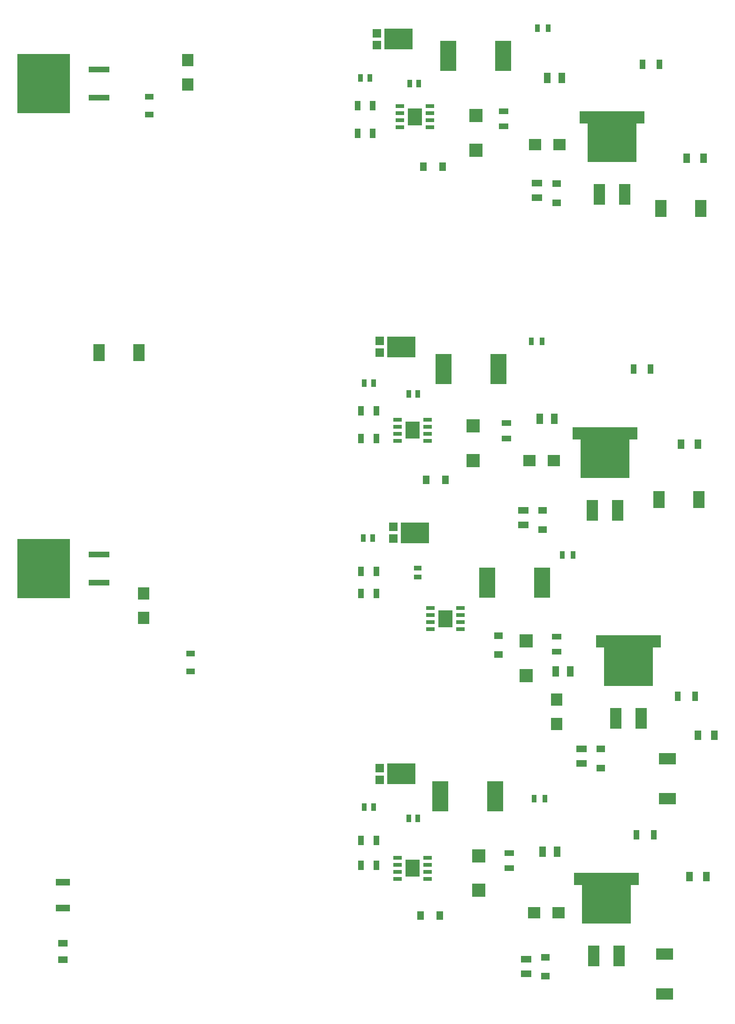
<source format=gtp>
G04*
G04 #@! TF.GenerationSoftware,Altium Limited,Altium Designer,23.1.1 (15)*
G04*
G04 Layer_Color=8421504*
%FSLAX44Y44*%
%MOMM*%
G71*
G04*
G04 #@! TF.SameCoordinates,0EA7A712-66D5-4987-9214-F4AEDCE7AAE5*
G04*
G04*
G04 #@! TF.FilePolarity,Positive*
G04*
G01*
G75*
%ADD15R,2.6416X1.1938*%
%ADD16R,2.4300X2.3700*%
%ADD17R,1.7000X1.1500*%
%ADD18R,1.1500X1.7000*%
%ADD19R,1.0700X1.8200*%
%ADD20R,1.2500X1.5500*%
%ADD21R,1.5500X1.2500*%
%ADD22R,1.9200X1.3000*%
%ADD23R,1.3000X1.9200*%
%ADD24R,2.1500X2.2500*%
%ADD25R,11.6800X2.1600*%
%ADD26R,8.8900X7.0100*%
%ADD27R,2.0300X3.8100*%
%ADD28R,1.5250X0.6500*%
%ADD29R,2.6000X3.1000*%
%ADD30R,1.5000X1.0000*%
%ADD31R,3.8000X1.0500*%
%ADD32R,9.4500X10.6700*%
%ADD33R,2.0000X3.0500*%
%ADD34R,0.9100X1.3900*%
%ADD35R,0.8900X1.4200*%
%ADD36R,2.9000X5.4000*%
%ADD37R,2.2500X2.1500*%
%ADD38R,1.5400X1.6000*%
%ADD39R,5.0600X3.8000*%
%ADD40R,1.0500X1.8000*%
%ADD41R,1.7800X1.0400*%
%ADD42R,1.3900X0.9100*%
%ADD43R,3.0500X2.0000*%
D15*
X485000Y380000D02*
D03*
Y333264D02*
D03*
D16*
X1225000Y1140000D02*
D03*
Y1202400D02*
D03*
X1320000Y752600D02*
D03*
Y815000D02*
D03*
X1230000Y1762400D02*
D03*
Y1700000D02*
D03*
X1235000Y427400D02*
D03*
Y365000D02*
D03*
D17*
X485000Y240000D02*
D03*
Y270000D02*
D03*
D18*
X1660000Y645000D02*
D03*
X1630000D02*
D03*
X1610000Y1685000D02*
D03*
X1640000D02*
D03*
X1600000Y1170000D02*
D03*
X1630000D02*
D03*
X1615000Y390000D02*
D03*
X1645000D02*
D03*
D19*
X1050000Y900000D02*
D03*
X1022400D02*
D03*
X1050000Y410000D02*
D03*
X1022400D02*
D03*
X1016200Y1730000D02*
D03*
X1043800D02*
D03*
X1016200Y1780000D02*
D03*
X1043800D02*
D03*
X1022400Y1180000D02*
D03*
X1050000D02*
D03*
X1022400Y1230000D02*
D03*
X1050000D02*
D03*
X1022400Y940000D02*
D03*
X1050000D02*
D03*
X1022400Y455000D02*
D03*
X1050000D02*
D03*
D20*
X1130000Y320000D02*
D03*
X1164500D02*
D03*
X1140000Y1105000D02*
D03*
X1174500D02*
D03*
X1135000Y1670000D02*
D03*
X1169500D02*
D03*
D21*
X1375000Y1639500D02*
D03*
Y1605000D02*
D03*
X1350000Y1050000D02*
D03*
Y1015500D02*
D03*
X1270000Y790000D02*
D03*
Y824500D02*
D03*
X1455000Y620000D02*
D03*
Y585500D02*
D03*
X1355000Y244500D02*
D03*
Y210000D02*
D03*
D22*
X1340000Y1640000D02*
D03*
Y1613800D02*
D03*
X1315000Y1050000D02*
D03*
Y1023800D02*
D03*
X1420000Y620000D02*
D03*
Y593800D02*
D03*
X1320000Y241200D02*
D03*
Y215000D02*
D03*
D23*
X1373800Y760000D02*
D03*
X1400000D02*
D03*
X1376200Y435000D02*
D03*
X1350000D02*
D03*
X1371200Y1215000D02*
D03*
X1345000D02*
D03*
X1385000Y1830000D02*
D03*
X1358800D02*
D03*
D24*
X1375000Y665000D02*
D03*
Y709000D02*
D03*
X710000Y1818000D02*
D03*
Y1862000D02*
D03*
X630000Y856000D02*
D03*
Y900000D02*
D03*
D25*
X1505000Y813950D02*
D03*
X1475000Y1758950D02*
D03*
X1462850Y1189050D02*
D03*
X1465000Y385850D02*
D03*
D26*
X1505000Y768100D02*
D03*
X1475000Y1713100D02*
D03*
X1462850Y1143200D02*
D03*
X1465000Y340000D02*
D03*
D27*
X1527850Y674900D02*
D03*
X1482150D02*
D03*
X1452150Y1619900D02*
D03*
X1497850D02*
D03*
X1440000Y1050000D02*
D03*
X1485700D02*
D03*
X1442150Y246800D02*
D03*
X1487850D02*
D03*
D28*
X1092880Y1779050D02*
D03*
Y1766350D02*
D03*
Y1753650D02*
D03*
Y1740950D02*
D03*
X1147120D02*
D03*
Y1753650D02*
D03*
Y1766350D02*
D03*
Y1779050D02*
D03*
X1087880Y1214050D02*
D03*
Y1201350D02*
D03*
Y1188650D02*
D03*
Y1175950D02*
D03*
X1142120D02*
D03*
Y1188650D02*
D03*
Y1201350D02*
D03*
Y1214050D02*
D03*
X1147880Y874050D02*
D03*
Y861350D02*
D03*
Y848650D02*
D03*
Y835950D02*
D03*
X1202120D02*
D03*
Y848650D02*
D03*
Y861350D02*
D03*
Y874050D02*
D03*
X1087880Y424050D02*
D03*
Y411350D02*
D03*
Y398650D02*
D03*
Y385950D02*
D03*
X1142120D02*
D03*
Y398650D02*
D03*
Y411350D02*
D03*
Y424050D02*
D03*
D29*
X1120000Y1760000D02*
D03*
X1115000Y1195000D02*
D03*
X1175000Y855000D02*
D03*
X1115000Y405000D02*
D03*
D30*
X715000Y760000D02*
D03*
Y792000D02*
D03*
X640000Y1796000D02*
D03*
Y1764000D02*
D03*
D31*
X550000Y1794600D02*
D03*
Y1845400D02*
D03*
Y919600D02*
D03*
Y970400D02*
D03*
D32*
X450000Y1820000D02*
D03*
Y945000D02*
D03*
D33*
X550000Y1335000D02*
D03*
X622000D02*
D03*
X1635000Y1595000D02*
D03*
X1563000D02*
D03*
X1632000Y1070000D02*
D03*
X1560000D02*
D03*
D34*
X1110000Y1820000D02*
D03*
X1126400D02*
D03*
X1021800Y1830000D02*
D03*
X1038200D02*
D03*
X1108600Y1260000D02*
D03*
X1125000D02*
D03*
X1028600Y1280000D02*
D03*
X1045000D02*
D03*
X1026800Y1000000D02*
D03*
X1043200D02*
D03*
X1108600Y495000D02*
D03*
X1125000D02*
D03*
X1028600Y515000D02*
D03*
X1045000D02*
D03*
D35*
X1340300Y1920000D02*
D03*
X1359700D02*
D03*
X1330000Y1355000D02*
D03*
X1349400D02*
D03*
X1385300Y970000D02*
D03*
X1404700D02*
D03*
X1335000Y530000D02*
D03*
X1354400D02*
D03*
D36*
X1180000Y1870000D02*
D03*
X1279000D02*
D03*
X1171000Y1305000D02*
D03*
X1270000D02*
D03*
X1250000Y920000D02*
D03*
X1349000D02*
D03*
X1165500Y535000D02*
D03*
X1264500D02*
D03*
D37*
X1380000Y1710000D02*
D03*
X1336000D02*
D03*
X1370000Y1140000D02*
D03*
X1326000D02*
D03*
X1379000Y325000D02*
D03*
X1335000D02*
D03*
D38*
X1051000Y1889350D02*
D03*
Y1910650D02*
D03*
X1056000Y1334350D02*
D03*
Y1355650D02*
D03*
X1081000Y999350D02*
D03*
Y1020650D02*
D03*
X1056000Y564350D02*
D03*
Y585650D02*
D03*
D39*
X1090000Y1900000D02*
D03*
X1095000Y1345000D02*
D03*
X1120000Y1010000D02*
D03*
X1095000Y575000D02*
D03*
D40*
X1530000Y1855000D02*
D03*
X1561000D02*
D03*
X1514000Y1305000D02*
D03*
X1545000D02*
D03*
X1594000Y715000D02*
D03*
X1625000D02*
D03*
X1519500Y465000D02*
D03*
X1550500D02*
D03*
D41*
X1280000Y1770000D02*
D03*
Y1742600D02*
D03*
X1285000Y1207400D02*
D03*
Y1180000D02*
D03*
X1375000Y822400D02*
D03*
Y795000D02*
D03*
X1290000Y432400D02*
D03*
Y405000D02*
D03*
D42*
X1125000Y930000D02*
D03*
Y946400D02*
D03*
D43*
X1575000Y530000D02*
D03*
Y602000D02*
D03*
X1570000Y178000D02*
D03*
Y250000D02*
D03*
M02*

</source>
